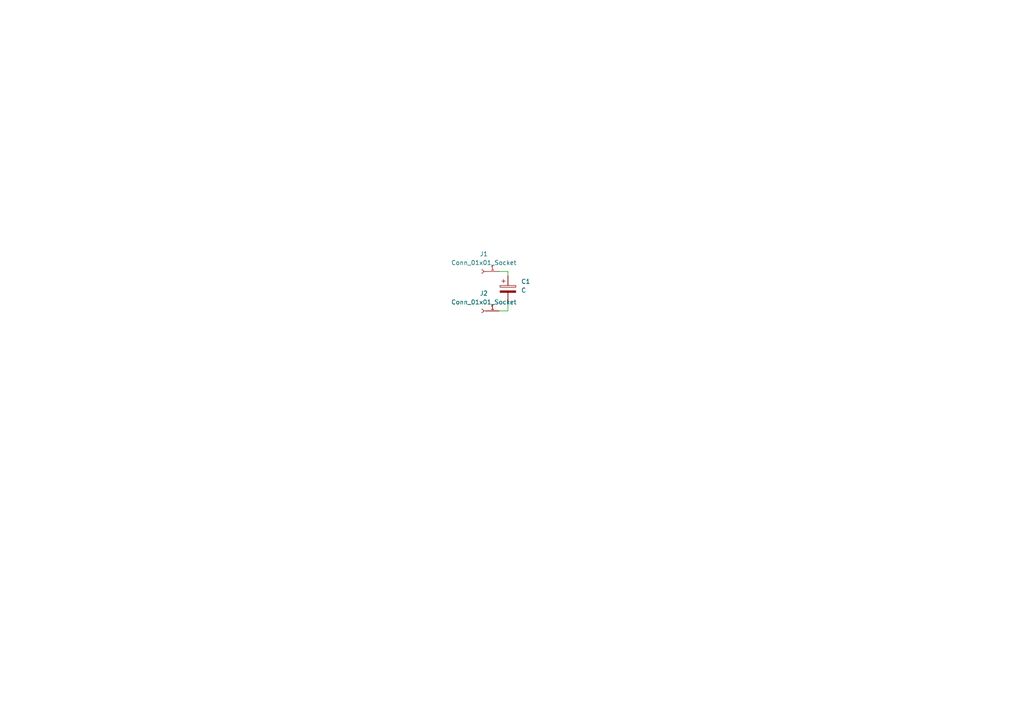
<source format=kicad_sch>
(kicad_sch (version 20231120) (generator "eeschema") (generator_version "8.0")
  (paper "A4")
  (lib_symbols
    (symbol "Connector:Conn_01x01_Socket" (pin_names (offset 1.016) hide)
      (property "Reference" "J" (at 0 2.54 0))
      (property "Value" "Conn_01x01_Socket" (at 0 -2.54 0))
      (symbol "Conn_01x01_Socket_1_1"
        (polyline (pts (xy -1.27 0) (xy -0.508 0)) (stroke (width 0.1524)))
        (arc (start 0 0.508) (mid -0.5058 0) (end 0 -0.508) (stroke (width 0.1524)))
        (pin passive line (at -5.08 0 0) (length 3.81) (name "Pin_1") (number "1"))
      )
    )
    (symbol "Device:C_Polarized" (pin_numbers hide) (pin_names (offset 0.254))
      (property "Reference" "C" (at 0.635 2.54 0))
      (property "Value" "C_Polarized" (at 0.635 -2.54 0))
      (symbol "C_Polarized_0_1"
        (rectangle (start -2.286 0.508) (end 2.286 1.016))
        (polyline (pts (xy -1.778 2.286) (xy -0.762 2.286)))
        (polyline (pts (xy -1.27 2.794) (xy -1.27 1.778)))
        (rectangle (start 2.286 -0.508) (end -2.286 -1.016) (fill (type outline)))
      )
      (symbol "C_Polarized_1_1"
        (pin passive line (at 0 3.81 270) (length 2.794) (name "~") (number "1"))
        (pin passive line (at 0 -3.81 90) (length 2.794) (name "~") (number "2"))
      )
    )
  )
  (wire (pts (xy 144.78 78.74) (xy 147.32 78.74)))
  (wire (pts (xy 147.32 90.17) (xy 144.78 90.17)))
  (wire (pts (xy 147.32 78.74) (xy 147.32 80.01)))
  (wire (pts (xy 147.32 87.63) (xy 147.32 90.17)))
  (symbol (lib_id "Connector:Conn_01x01_Socket") (at 139.7 78.74 0) (mirror y) (unit 1)
    (property "Reference" "J1" (at 140.335 73.66 0))
    (property "Value" "Conn_01x01_Socket" (at 140.335 76.2 0))
    (property "Footprint" "MountingHole:MountingHole_2.5mm_Pad" (effects (hide yes)))
    (property "Description" "Generic connector, single row, 01x01, script generated" (effects (hide yes)))
  )
  (symbol (lib_id "Device:C_Polarized") (at 147.32 83.82 0) (unit 1)
    (property "Reference" "C1" (at 151.13 81.6609 0) (effects (justify left)))
    (property "Value" "C" (at 151.13 84.2009 0) (effects (justify left)))
    (property "Footprint" "Capacitor_THT:CP_Radial_D10.0mm_P5.00mm" (effects (hide yes)))
    (property "Description" "Polarized capacitor" (effects (hide yes)))
  )
  (symbol (lib_id "Connector:Conn_01x01_Socket") (at 139.7 90.17 0) (mirror y) (unit 1)
    (property "Reference" "J2" (at 140.335 85.09 0))
    (property "Value" "Conn_01x01_Socket" (at 140.335 87.63 0))
    (property "Footprint" "MountingHole:MountingHole_2.5mm_Pad" (effects (hide yes)))
    (property "Description" "Generic connector, single row, 01x01, script generated" (effects (hide yes)))
  )
)
</source>
